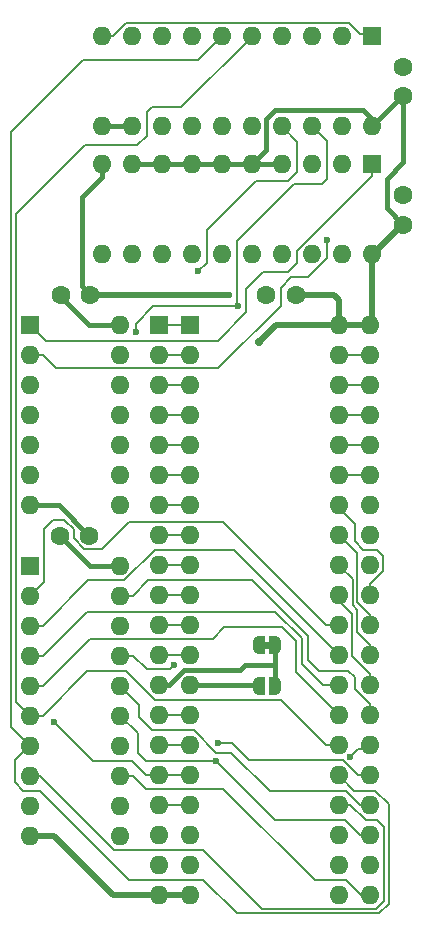
<source format=gbr>
%TF.GenerationSoftware,KiCad,Pcbnew,8.0.2*%
%TF.CreationDate,2024-06-14T23:34:29+02:00*%
%TF.ProjectId,MOS6566_Adapter,4d4f5336-3536-4365-9f41-646170746572,rev?*%
%TF.SameCoordinates,Original*%
%TF.FileFunction,Copper,L2,Bot*%
%TF.FilePolarity,Positive*%
%FSLAX46Y46*%
G04 Gerber Fmt 4.6, Leading zero omitted, Abs format (unit mm)*
G04 Created by KiCad (PCBNEW 8.0.2) date 2024-06-14 23:34:29*
%MOMM*%
%LPD*%
G01*
G04 APERTURE LIST*
G04 Aperture macros list*
%AMFreePoly0*
4,1,19,0.500000,-0.750000,0.000000,-0.750000,0.000000,-0.744911,-0.071157,-0.744911,-0.207708,-0.704816,-0.327430,-0.627875,-0.420627,-0.520320,-0.479746,-0.390866,-0.500000,-0.250000,-0.500000,0.250000,-0.479746,0.390866,-0.420627,0.520320,-0.327430,0.627875,-0.207708,0.704816,-0.071157,0.744911,0.000000,0.744911,0.000000,0.750000,0.500000,0.750000,0.500000,-0.750000,0.500000,-0.750000,
$1*%
%AMFreePoly1*
4,1,19,0.000000,0.744911,0.071157,0.744911,0.207708,0.704816,0.327430,0.627875,0.420627,0.520320,0.479746,0.390866,0.500000,0.250000,0.500000,-0.250000,0.479746,-0.390866,0.420627,-0.520320,0.327430,-0.627875,0.207708,-0.704816,0.071157,-0.744911,0.000000,-0.744911,0.000000,-0.750000,-0.500000,-0.750000,-0.500000,0.750000,0.000000,0.750000,0.000000,0.744911,0.000000,0.744911,
$1*%
G04 Aperture macros list end*
%TA.AperFunction,EtchedComponent*%
%ADD10C,0.000000*%
%TD*%
%TA.AperFunction,ComponentPad*%
%ADD11C,1.600000*%
%TD*%
%TA.AperFunction,ComponentPad*%
%ADD12R,1.600000X1.600000*%
%TD*%
%TA.AperFunction,ComponentPad*%
%ADD13O,1.600000X1.600000*%
%TD*%
%TA.AperFunction,SMDPad,CuDef*%
%ADD14FreePoly0,0.000000*%
%TD*%
%TA.AperFunction,SMDPad,CuDef*%
%ADD15FreePoly1,0.000000*%
%TD*%
%TA.AperFunction,ViaPad*%
%ADD16C,0.600000*%
%TD*%
%TA.AperFunction,ViaPad*%
%ADD17C,0.700000*%
%TD*%
%TA.AperFunction,Conductor*%
%ADD18C,0.400000*%
%TD*%
%TA.AperFunction,Conductor*%
%ADD19C,0.200000*%
%TD*%
%TA.AperFunction,Conductor*%
%ADD20C,0.500000*%
%TD*%
G04 APERTURE END LIST*
D10*
%TA.AperFunction,EtchedComponent*%
%TO.C,JP1*%
G36*
X125400000Y-82300000D02*
G01*
X124900000Y-82300000D01*
X124900000Y-81700000D01*
X125400000Y-81700000D01*
X125400000Y-82300000D01*
G37*
%TD.AperFunction*%
%TD*%
D11*
%TO.P,C5,2*%
%TO.N,/GND*%
X125100000Y-52300000D03*
%TO.P,C5,1*%
%TO.N,/PwR5V*%
X127600000Y-52300000D03*
%TD*%
%TO.P,C3,1*%
%TO.N,/PwR5V*%
X107700000Y-52300000D03*
%TO.P,C3,2*%
%TO.N,/GND*%
X110200000Y-52300000D03*
%TD*%
%TO.P,C1,1*%
%TO.N,/PwR5V*%
X136700000Y-46400000D03*
%TO.P,C1,2*%
%TO.N,/GND*%
X136700000Y-43900000D03*
%TD*%
%TO.P,C2,1*%
%TO.N,/PwR5V*%
X136700000Y-35500000D03*
%TO.P,C2,2*%
%TO.N,/GND*%
X136700000Y-33000000D03*
%TD*%
D12*
%TO.P,U3,1*%
%TO.N,Net-(U1-AEC)*%
X105100000Y-54880000D03*
D13*
%TO.P,U3,2*%
%TO.N,Net-(U4-CE)*%
X105100000Y-57420000D03*
%TO.P,U3,3*%
%TO.N,N/C*%
X105100000Y-59960000D03*
%TO.P,U3,4*%
X105100000Y-62500000D03*
%TO.P,U3,5*%
X105100000Y-65040000D03*
%TO.P,U3,6*%
X105100000Y-67580000D03*
%TO.P,U3,7,GND*%
%TO.N,/GND*%
X105100000Y-70120000D03*
%TO.P,U3,8*%
%TO.N,N/C*%
X112720000Y-70120000D03*
%TO.P,U3,9*%
X112720000Y-67580000D03*
%TO.P,U3,10*%
X112720000Y-65040000D03*
%TO.P,U3,11*%
X112720000Y-62500000D03*
%TO.P,U3,12*%
X112720000Y-59960000D03*
%TO.P,U3,13*%
X112720000Y-57420000D03*
%TO.P,U3,14,VCC*%
%TO.N,/PwR5V*%
X112720000Y-54880000D03*
%TD*%
D12*
%TO.P,U2,1,D6*%
%TO.N,/D6*%
X116000000Y-54882000D03*
D13*
%TO.P,U2,2,D5*%
%TO.N,/D5*%
X116000000Y-57422000D03*
%TO.P,U2,3,D4*%
%TO.N,/D4*%
X116000000Y-59962000D03*
%TO.P,U2,4,D3*%
%TO.N,/D3*%
X116000000Y-62502000D03*
%TO.P,U2,5,D2*%
%TO.N,/D2*%
X116000000Y-65042000D03*
%TO.P,U2,6,D1*%
%TO.N,/D1*%
X116000000Y-67582000D03*
%TO.P,U2,7,D0*%
%TO.N,/D0*%
X116000000Y-70122000D03*
%TO.P,U2,8,IRQ*%
%TO.N,Net-(U1-IRQ)*%
X116000000Y-72662000D03*
%TO.P,U2,9,LP*%
%TO.N,Net-(U1-LP)*%
X116000000Y-75202000D03*
%TO.P,U2,10,~{CS}*%
%TO.N,Net-(U1-~{CS})*%
X116000000Y-77742000D03*
%TO.P,U2,11,R/~{W}*%
%TO.N,Net-(U1-R{slash}~{W})*%
X116000000Y-80282000D03*
%TO.P,U2,12,BA*%
%TO.N,Net-(U1-BA)*%
X116000000Y-82822000D03*
%TO.P,U2,13,VDD*%
%TO.N,Net-(JP1-B)*%
X116000000Y-85362000D03*
%TO.P,U2,14,Color*%
%TO.N,Net-(U1-Color)*%
X116000000Y-87902000D03*
%TO.P,U2,15,Sync*%
%TO.N,Net-(U1-Sync)*%
X116000000Y-90442000D03*
%TO.P,U2,16,AEC*%
%TO.N,Net-(U1-AEC)*%
X116000000Y-92982000D03*
%TO.P,U2,17,PHI0*%
%TO.N,Net-(U1-PHI0)*%
X116000000Y-95522000D03*
%TO.P,U2,18,RAS*%
%TO.N,Net-(U2-RAS)*%
X116000000Y-98062000D03*
%TO.P,U2,19,CAS*%
%TO.N,Net-(U2-CAS)*%
X116000000Y-100602000D03*
%TO.P,U2,20,VSS*%
%TO.N,/GND*%
X116000000Y-103142000D03*
%TO.P,U2,21,COLCLK*%
%TO.N,Net-(U1-COLCLK)*%
X131240000Y-103142000D03*
%TO.P,U2,22,DOTCLK*%
%TO.N,Net-(U1-DOTCLK)*%
X131240000Y-100602000D03*
%TO.P,U2,23,A11*%
%TO.N,/A11*%
X131240000Y-98062000D03*
%TO.P,U2,24,A0/A8*%
%TO.N,Net-(U2-A0{slash}A8)*%
X131240000Y-95522000D03*
%TO.P,U2,25,A1/A9*%
%TO.N,Net-(U2-A1{slash}A9)*%
X131240000Y-92982000D03*
%TO.P,U2,26,A2/A10*%
%TO.N,Net-(U2-A2{slash}A10)*%
X131240000Y-90442000D03*
%TO.P,U2,27,A3/A11*%
%TO.N,Net-(U2-A3{slash}A11)*%
X131240000Y-87902000D03*
%TO.P,U2,28,A4/A12*%
%TO.N,Net-(U2-A4{slash}A12)*%
X131240000Y-85362000D03*
%TO.P,U2,29,A5/A13*%
%TO.N,Net-(U2-A5{slash}A13)*%
X131240000Y-82822000D03*
%TO.P,U2,30,A6*%
%TO.N,Net-(U2-A6)*%
X131240000Y-80282000D03*
%TO.P,U2,31,A7*%
%TO.N,/A7*%
X131240000Y-77742000D03*
%TO.P,U2,32,A8*%
%TO.N,/A8*%
X131240000Y-75202000D03*
%TO.P,U2,33,A9*%
%TO.N,/A9*%
X131240000Y-72662000D03*
%TO.P,U2,34,A10*%
%TO.N,/A10*%
X131240000Y-70122000D03*
%TO.P,U2,35,D11*%
%TO.N,/D11*%
X131240000Y-67582000D03*
%TO.P,U2,36,D10*%
%TO.N,/D10*%
X131240000Y-65042000D03*
%TO.P,U2,37,D9*%
%TO.N,/D9*%
X131240000Y-62502000D03*
%TO.P,U2,38,D8*%
%TO.N,/D8*%
X131240000Y-59962000D03*
%TO.P,U2,39,D7*%
%TO.N,/D7*%
X131240000Y-57422000D03*
%TO.P,U2,40,VCC*%
%TO.N,/PwR5V*%
X131240000Y-54882000D03*
%TD*%
D12*
%TO.P,U6,1,OE*%
%TO.N,Net-(U1-AEC)*%
X134011500Y-41280000D03*
D13*
%TO.P,U6,2,D0*%
%TO.N,Net-(U2-A5{slash}A13)*%
X131471500Y-41280000D03*
%TO.P,U6,3,D1*%
%TO.N,Net-(U2-A4{slash}A12)*%
X128931500Y-41280000D03*
%TO.P,U6,4,D2*%
%TO.N,/PwR5V*%
X126391500Y-41280000D03*
%TO.P,U6,5,D3*%
X123851500Y-41280000D03*
%TO.P,U6,6,D4*%
X121311500Y-41280000D03*
%TO.P,U6,7,D5*%
X118771500Y-41280000D03*
%TO.P,U6,8,D6*%
X116231500Y-41280000D03*
%TO.P,U6,9,D7*%
X113691500Y-41280000D03*
%TO.P,U6,10,GND*%
%TO.N,/GND*%
X111151500Y-41280000D03*
%TO.P,U6,11,C*%
%TO.N,Net-(U2-CAS)*%
X111151500Y-48900000D03*
%TO.P,U6,12,Q7*%
%TO.N,unconnected-(U6-Q7-Pad12)*%
X113691500Y-48900000D03*
%TO.P,U6,13,Q6*%
%TO.N,unconnected-(U6-Q6-Pad13)*%
X116231500Y-48900000D03*
%TO.P,U6,14,Q5*%
%TO.N,unconnected-(U6-Q5-Pad14)*%
X118771500Y-48900000D03*
%TO.P,U6,15,Q4*%
%TO.N,unconnected-(U6-Q4-Pad15)*%
X121311500Y-48900000D03*
%TO.P,U6,16,Q3*%
%TO.N,unconnected-(U6-Q3-Pad16)*%
X123851500Y-48900000D03*
%TO.P,U6,17,Q2*%
%TO.N,unconnected-(U6-Q2-Pad17)*%
X126391500Y-48900000D03*
%TO.P,U6,18,Q1*%
%TO.N,Net-(U1-A12)*%
X128931500Y-48900000D03*
%TO.P,U6,19,Q0*%
%TO.N,Net-(U1-A13)*%
X131471500Y-48900000D03*
%TO.P,U6,20,VCC*%
%TO.N,/PwR5V*%
X134011500Y-48900000D03*
%TD*%
D12*
%TO.P,U5,1,OE*%
%TO.N,Net-(U1-AEC)*%
X105084000Y-75250000D03*
D13*
%TO.P,U5,2,D0*%
%TO.N,Net-(U2-A6)*%
X105084000Y-77790000D03*
%TO.P,U5,3,D1*%
%TO.N,Net-(U2-A5{slash}A13)*%
X105084000Y-80330000D03*
%TO.P,U5,4,D2*%
%TO.N,Net-(U2-A4{slash}A12)*%
X105084000Y-82870000D03*
%TO.P,U5,5,D3*%
%TO.N,Net-(U2-A3{slash}A11)*%
X105084000Y-85410000D03*
%TO.P,U5,6,D4*%
%TO.N,Net-(U2-A2{slash}A10)*%
X105084000Y-87950000D03*
%TO.P,U5,7,D5*%
%TO.N,Net-(U2-A1{slash}A9)*%
X105084000Y-90490000D03*
%TO.P,U5,8,D6*%
%TO.N,Net-(U2-A0{slash}A8)*%
X105084000Y-93030000D03*
%TO.P,U5,9,D7*%
%TO.N,/PwR5V*%
X105084000Y-95570000D03*
%TO.P,U5,10,GND*%
%TO.N,/GND*%
X105084000Y-98110000D03*
%TO.P,U5,11,C*%
%TO.N,Net-(U2-RAS)*%
X112704000Y-98110000D03*
%TO.P,U5,12,Q7*%
%TO.N,unconnected-(U5-Q7-Pad12)*%
X112704000Y-95570000D03*
%TO.P,U5,13,Q6*%
%TO.N,Net-(U1-A0)*%
X112704000Y-93030000D03*
%TO.P,U5,14,Q5*%
%TO.N,Net-(U1-A1)*%
X112704000Y-90490000D03*
%TO.P,U5,15,Q4*%
%TO.N,Net-(U1-A2)*%
X112704000Y-87950000D03*
%TO.P,U5,16,Q3*%
%TO.N,Net-(U1-A3)*%
X112704000Y-85410000D03*
%TO.P,U5,17,Q2*%
%TO.N,Net-(U1-A4)*%
X112704000Y-82870000D03*
%TO.P,U5,18,Q1*%
%TO.N,Net-(U1-A5)*%
X112704000Y-80330000D03*
%TO.P,U5,19,Q0*%
%TO.N,Net-(U1-A6)*%
X112704000Y-77790000D03*
%TO.P,U5,20,VCC*%
%TO.N,/PwR5V*%
X112704000Y-75250000D03*
%TD*%
D12*
%TO.P,U1,1,D6*%
%TO.N,/D6*%
X118660000Y-54882000D03*
D13*
%TO.P,U1,2,D5*%
%TO.N,/D5*%
X118660000Y-57422000D03*
%TO.P,U1,3,D4*%
%TO.N,/D4*%
X118660000Y-59962000D03*
%TO.P,U1,4,D3*%
%TO.N,/D3*%
X118660000Y-62502000D03*
%TO.P,U1,5,D2*%
%TO.N,/D2*%
X118660000Y-65042000D03*
%TO.P,U1,6,D1*%
%TO.N,/D1*%
X118660000Y-67582000D03*
%TO.P,U1,7,D0*%
%TO.N,/D0*%
X118660000Y-70122000D03*
%TO.P,U1,8,IRQ*%
%TO.N,Net-(U1-IRQ)*%
X118660000Y-72662000D03*
%TO.P,U1,9,LP*%
%TO.N,Net-(U1-LP)*%
X118660000Y-75202000D03*
%TO.P,U1,10,~{CS}*%
%TO.N,Net-(U1-~{CS})*%
X118660000Y-77742000D03*
%TO.P,U1,11,R/~{W}*%
%TO.N,Net-(U1-R{slash}~{W})*%
X118660000Y-80282000D03*
%TO.P,U1,12,BA*%
%TO.N,Net-(U1-BA)*%
X118660000Y-82822000D03*
%TO.P,U1,13,VDD*%
%TO.N,/Power12V*%
X118660000Y-85362000D03*
%TO.P,U1,14,Color*%
%TO.N,Net-(U1-Color)*%
X118660000Y-87902000D03*
%TO.P,U1,15,Sync*%
%TO.N,Net-(U1-Sync)*%
X118660000Y-90442000D03*
%TO.P,U1,16,AEC*%
%TO.N,Net-(U1-AEC)*%
X118660000Y-92982000D03*
%TO.P,U1,17,PHI0*%
%TO.N,Net-(U1-PHI0)*%
X118660000Y-95522000D03*
%TO.P,U1,18,DOTCLK*%
%TO.N,Net-(U1-DOTCLK)*%
X118660000Y-98062000D03*
%TO.P,U1,19,COLCLK*%
%TO.N,Net-(U1-COLCLK)*%
X118660000Y-100602000D03*
%TO.P,U1,20,VSS*%
%TO.N,/GND*%
X118660000Y-103142000D03*
%TO.P,U1,21,A0*%
%TO.N,Net-(U1-A0)*%
X133900000Y-103142000D03*
%TO.P,U1,22,A1*%
%TO.N,Net-(U1-A1)*%
X133900000Y-100602000D03*
%TO.P,U1,23,A2*%
%TO.N,Net-(U1-A2)*%
X133900000Y-98062000D03*
%TO.P,U1,24,A3*%
%TO.N,Net-(U1-A3)*%
X133900000Y-95522000D03*
%TO.P,U1,25,A4*%
%TO.N,Net-(U1-A4)*%
X133900000Y-92982000D03*
%TO.P,U1,26,A5*%
%TO.N,Net-(U1-A5)*%
X133900000Y-90442000D03*
%TO.P,U1,27,A6*%
%TO.N,Net-(U1-A6)*%
X133900000Y-87902000D03*
%TO.P,U1,28,A7*%
%TO.N,/A7*%
X133900000Y-85362000D03*
%TO.P,U1,29,A8*%
%TO.N,/A8*%
X133900000Y-82822000D03*
%TO.P,U1,30,A9*%
%TO.N,/A9*%
X133900000Y-80282000D03*
%TO.P,U1,31,A10*%
%TO.N,/A10*%
X133900000Y-77742000D03*
%TO.P,U1,32,A11*%
%TO.N,/A11*%
X133900000Y-75202000D03*
%TO.P,U1,33,A12*%
%TO.N,Net-(U1-A12)*%
X133900000Y-72662000D03*
%TO.P,U1,34,A13*%
%TO.N,Net-(U1-A13)*%
X133900000Y-70122000D03*
%TO.P,U1,35,D11*%
%TO.N,/D11*%
X133900000Y-67582000D03*
%TO.P,U1,36,D10*%
%TO.N,/D10*%
X133900000Y-65042000D03*
%TO.P,U1,37,D9*%
%TO.N,/D9*%
X133900000Y-62502000D03*
%TO.P,U1,38,D8*%
%TO.N,/D8*%
X133900000Y-59962000D03*
%TO.P,U1,39,D7*%
%TO.N,/D7*%
X133900000Y-57422000D03*
%TO.P,U1,40,VCC*%
%TO.N,/PwR5V*%
X133900000Y-54882000D03*
%TD*%
D11*
%TO.P,C4,1*%
%TO.N,/PwR5V*%
X107600000Y-72700000D03*
%TO.P,C4,2*%
%TO.N,/GND*%
X110100000Y-72700000D03*
%TD*%
D12*
%TO.P,U4,1,A->B*%
%TO.N,/GND*%
X134007500Y-30430000D03*
D13*
%TO.P,U4,2,A0*%
%TO.N,Net-(U2-A5{slash}A13)*%
X131467500Y-30430000D03*
%TO.P,U4,3,A1*%
%TO.N,Net-(U2-A4{slash}A12)*%
X128927500Y-30430000D03*
%TO.P,U4,4,A2*%
%TO.N,Net-(U2-A3{slash}A11)*%
X126387500Y-30430000D03*
%TO.P,U4,5,A3*%
%TO.N,Net-(U2-A2{slash}A10)*%
X123847500Y-30430000D03*
%TO.P,U4,6,A4*%
%TO.N,Net-(U2-A1{slash}A9)*%
X121307500Y-30430000D03*
%TO.P,U4,7,A5*%
%TO.N,Net-(U2-A0{slash}A8)*%
X118767500Y-30430000D03*
%TO.P,U4,8,A6*%
%TO.N,unconnected-(U4-A6-Pad8)*%
X116227500Y-30430000D03*
%TO.P,U4,9,A7*%
%TO.N,unconnected-(U4-A7-Pad9)*%
X113687500Y-30430000D03*
%TO.P,U4,10,GND*%
%TO.N,/GND*%
X111147500Y-30430000D03*
%TO.P,U4,11,B7*%
%TO.N,/PwR5V*%
X111147500Y-38050000D03*
%TO.P,U4,12,B6*%
X113687500Y-38050000D03*
%TO.P,U4,13,B5*%
%TO.N,Net-(U1-A0)*%
X116227500Y-38050000D03*
%TO.P,U4,14,B4*%
%TO.N,Net-(U1-A1)*%
X118767500Y-38050000D03*
%TO.P,U4,15,B3*%
%TO.N,Net-(U1-A2)*%
X121307500Y-38050000D03*
%TO.P,U4,16,B2*%
%TO.N,Net-(U1-A3)*%
X123847500Y-38050000D03*
%TO.P,U4,17,B1*%
%TO.N,Net-(U1-A4)*%
X126387500Y-38050000D03*
%TO.P,U4,18,B0*%
%TO.N,Net-(U1-A5)*%
X128927500Y-38050000D03*
%TO.P,U4,19,CE*%
%TO.N,Net-(U4-CE)*%
X131467500Y-38050000D03*
%TO.P,U4,20,VCC*%
%TO.N,/PwR5V*%
X134007500Y-38050000D03*
%TD*%
D14*
%TO.P,JP2,1,A*%
%TO.N,/Power12V*%
X124500000Y-85400000D03*
D15*
%TO.P,JP2,2,B*%
%TO.N,Net-(JP1-B)*%
X125800000Y-85400000D03*
%TD*%
D14*
%TO.P,JP1,1,A*%
%TO.N,/PwR5V*%
X124500000Y-82000000D03*
D15*
%TO.P,JP1,2,B*%
%TO.N,Net-(JP1-B)*%
X125800000Y-82000000D03*
%TD*%
D16*
%TO.N,/GND*%
X121900000Y-52300000D03*
D17*
%TO.N,/PwR5V*%
X124500000Y-56300000D03*
X124500000Y-82000000D03*
D16*
%TO.N,Net-(U1-A2)*%
X120838500Y-91800000D03*
%TO.N,Net-(U1-AEC)*%
X107100000Y-88500000D03*
%TO.N,Net-(U1-A5)*%
X132203000Y-91461300D03*
X114043400Y-55427300D03*
X122700000Y-53300000D03*
%TO.N,Net-(U1-A4)*%
X117300000Y-83700000D03*
X121000000Y-90300000D03*
X119330350Y-50330350D03*
%TO.N,Net-(U4-CE)*%
X130200000Y-47700000D03*
%TD*%
D18*
%TO.N,Net-(JP1-B)*%
X118090925Y-84100000D02*
X116828925Y-85362000D01*
X116828925Y-85362000D02*
X116000000Y-85362000D01*
X123300000Y-83700000D02*
X122900000Y-84100000D01*
X122900000Y-84100000D02*
X118090925Y-84100000D01*
X125800000Y-83700000D02*
X123300000Y-83700000D01*
%TO.N,/Power12V*%
X124462000Y-85362000D02*
X124500000Y-85400000D01*
X118660000Y-85362000D02*
X124462000Y-85362000D01*
%TO.N,/PwR5V*%
X125100000Y-40031500D02*
X123851500Y-41280000D01*
X134007500Y-37407500D02*
X133300000Y-36700000D01*
X134007500Y-38050000D02*
X134007500Y-37407500D01*
X133300000Y-36700000D02*
X125800000Y-36700000D01*
X125800000Y-36700000D02*
X125100000Y-37400000D01*
X125100000Y-37400000D02*
X125100000Y-40031500D01*
X123851500Y-41280000D02*
X126391500Y-41280000D01*
D19*
%TO.N,Net-(U1-A4)*%
X126900000Y-42700000D02*
X127700000Y-41900000D01*
X124200000Y-42700000D02*
X126900000Y-42700000D01*
X120041500Y-46858500D02*
X124200000Y-42700000D01*
X127700000Y-39362500D02*
X126387500Y-38050000D01*
X120041500Y-49619200D02*
X120041500Y-46858500D01*
X119330350Y-50330350D02*
X120041500Y-49619200D01*
X127700000Y-41900000D02*
X127700000Y-39362500D01*
%TO.N,Net-(U1-A5)*%
X130200000Y-39322500D02*
X128927500Y-38050000D01*
X130200000Y-42500000D02*
X130200000Y-39322500D01*
X129780800Y-42919200D02*
X130200000Y-42500000D01*
X127419200Y-42919200D02*
X129780800Y-42919200D01*
X122600000Y-47738400D02*
X127419200Y-42919200D01*
%TO.N,/PwR5V*%
X126391500Y-40773600D02*
X126391500Y-41280000D01*
X134007500Y-38050000D02*
X134509000Y-38050000D01*
%TO.N,Net-(U4-CE)*%
X130200000Y-49187135D02*
X130200000Y-47700000D01*
X128587135Y-50800000D02*
X130200000Y-49187135D01*
X127200000Y-50800000D02*
X128587135Y-50800000D01*
X126300000Y-51700000D02*
X127200000Y-50800000D01*
X126300000Y-53260750D02*
X126300000Y-51700000D01*
X121028750Y-58532000D02*
X126300000Y-53260750D01*
X107313700Y-58532000D02*
X121028750Y-58532000D01*
X106201700Y-57420000D02*
X107313700Y-58532000D01*
X105100000Y-57420000D02*
X106201700Y-57420000D01*
D20*
%TO.N,/PwR5V*%
X130800000Y-52300000D02*
X127600000Y-52300000D01*
X131240000Y-52740000D02*
X130800000Y-52300000D01*
X131240000Y-54882000D02*
X131240000Y-52740000D01*
D19*
%TO.N,Net-(U1-A5)*%
X122700000Y-53300000D02*
X115542800Y-53300000D01*
X115542800Y-53300000D02*
X114043400Y-54799400D01*
X114043400Y-54799400D02*
X114043400Y-55427300D01*
X122600000Y-53200000D02*
X122600000Y-47738400D01*
X122700000Y-53300000D02*
X122600000Y-53200000D01*
%TO.N,Net-(U1-AEC)*%
X106420000Y-56200000D02*
X105100000Y-54880000D01*
X123400000Y-53800000D02*
X121000000Y-56200000D01*
X126900000Y-50400000D02*
X124800000Y-50400000D01*
X127661500Y-49638500D02*
X126900000Y-50400000D01*
X127661500Y-48594000D02*
X127661500Y-49638500D01*
X134011500Y-42244000D02*
X127661500Y-48594000D01*
X123400000Y-51800000D02*
X123400000Y-53800000D01*
X121000000Y-56200000D02*
X106420000Y-56200000D01*
X134011500Y-41280000D02*
X134011500Y-42244000D01*
X124800000Y-50400000D02*
X123400000Y-51800000D01*
D20*
%TO.N,/GND*%
X121900000Y-52300000D02*
X110200000Y-52300000D01*
D18*
%TO.N,/PwR5V*%
X136557500Y-35500000D02*
X134007500Y-38050000D01*
X136700000Y-35500000D02*
X136557500Y-35500000D01*
X135300100Y-45000200D02*
X135300100Y-42499900D01*
X135300100Y-42499900D02*
X136700000Y-41100000D01*
X135300200Y-45000200D02*
X135300100Y-45000200D01*
X136700000Y-46400000D02*
X135300200Y-45000200D01*
X136700000Y-41100000D02*
X136700000Y-35500000D01*
D19*
%TO.N,/GND*%
X132100000Y-29300000D02*
X133000000Y-30200000D01*
D20*
X112142000Y-103142000D02*
X116000000Y-103142000D01*
D19*
X133777500Y-30200000D02*
X134007500Y-30430000D01*
D20*
X105084000Y-98110000D02*
X107110000Y-98110000D01*
X107110000Y-98110000D02*
X112142000Y-103142000D01*
D19*
X113241500Y-29300000D02*
X132100000Y-29300000D01*
D18*
X110200000Y-52300000D02*
X109500000Y-51600000D01*
X107520000Y-70120000D02*
X105100000Y-70120000D01*
D20*
X118660000Y-103142000D02*
X116000000Y-103142000D01*
D18*
X110100000Y-72700000D02*
X107520000Y-70120000D01*
X111151500Y-42381700D02*
X111151500Y-41280000D01*
X109500000Y-44033200D02*
X111151500Y-42381700D01*
D19*
X111147500Y-30430000D02*
X112111500Y-30430000D01*
X133000000Y-30200000D02*
X133777500Y-30200000D01*
D18*
X109500000Y-51600000D02*
X109500000Y-44033200D01*
D19*
X112111500Y-30430000D02*
X113241500Y-29300000D01*
D18*
%TO.N,/PwR5V*%
X107700000Y-52500000D02*
X110080000Y-54880000D01*
X118771500Y-41280000D02*
X121311500Y-41280000D01*
X121311500Y-41280000D02*
X122413200Y-41280000D01*
X110080000Y-54880000D02*
X112720000Y-54880000D01*
D20*
X125900000Y-54900000D02*
X131222000Y-54900000D01*
X134011500Y-54770500D02*
X134011500Y-48900000D01*
D18*
X123851500Y-41280000D02*
X122413200Y-41280000D01*
D19*
X133900000Y-54882000D02*
X134011500Y-54770500D01*
D20*
X136600000Y-46400000D02*
X136700000Y-46400000D01*
D18*
X116231500Y-41280000D02*
X113691500Y-41280000D01*
D19*
X133900000Y-54882000D02*
X133900000Y-55432800D01*
D20*
X134011500Y-48900000D02*
X134100000Y-48900000D01*
X131240000Y-54882000D02*
X133900000Y-54882000D01*
D18*
X110150000Y-75250000D02*
X112704000Y-75250000D01*
X107700000Y-52300000D02*
X107700000Y-52500000D01*
D20*
X131222000Y-54900000D02*
X131240000Y-54882000D01*
D18*
X116231500Y-41280000D02*
X118771500Y-41280000D01*
X107600000Y-72700000D02*
X110150000Y-75250000D01*
D20*
X124500000Y-56300000D02*
X125900000Y-54900000D01*
X134100000Y-48900000D02*
X136600000Y-46400000D01*
D18*
X113687500Y-38050000D02*
X111147500Y-38050000D01*
D19*
X133900000Y-54900000D02*
X133900000Y-54882000D01*
%TO.N,Net-(JP1-B)*%
X125798500Y-85398500D02*
X125800000Y-85400000D01*
D18*
X125800000Y-82000000D02*
X125800000Y-85400000D01*
D19*
%TO.N,/D8*%
X133900000Y-59962000D02*
X131240000Y-59962000D01*
%TO.N,Net-(U1-PHI0)*%
X118660000Y-95522000D02*
X116000000Y-95522000D01*
%TO.N,/A10*%
X131400000Y-70282000D02*
X131400000Y-70500000D01*
X132600000Y-71700000D02*
X132600000Y-73200000D01*
X132600000Y-73200000D02*
X133300000Y-73900000D01*
X135001700Y-74401700D02*
X135001700Y-75698300D01*
X135001700Y-75698300D02*
X133900000Y-76800000D01*
X131240000Y-70122000D02*
X131400000Y-70282000D01*
X131400000Y-70500000D02*
X132600000Y-71700000D01*
X134500000Y-73900000D02*
X135001700Y-74401700D01*
X133900000Y-76800000D02*
X133900000Y-77742000D01*
X133300000Y-73900000D02*
X134500000Y-73900000D01*
%TO.N,Net-(U1-Sync)*%
X118660000Y-90442000D02*
X116000000Y-90442000D01*
%TO.N,/D5*%
X118660000Y-57422000D02*
X116000000Y-57422000D01*
%TO.N,Net-(U1-A2)*%
X114900000Y-91800000D02*
X114200000Y-91100000D01*
X120838500Y-91800000D02*
X114900000Y-91800000D01*
X114200000Y-91100000D02*
X114200000Y-89446000D01*
X120838500Y-91800000D02*
X125830500Y-96792000D01*
X125830500Y-96792000D02*
X131792000Y-96792000D01*
X114200000Y-89446000D02*
X112704000Y-87950000D01*
X131792000Y-96792000D02*
X133062000Y-98062000D01*
X133062000Y-98062000D02*
X133900000Y-98062000D01*
%TO.N,/D9*%
X133900000Y-62502000D02*
X131240000Y-62502000D01*
%TO.N,/A9*%
X132798300Y-78298300D02*
X132798300Y-74198300D01*
X132798300Y-74198300D02*
X131262000Y-72662000D01*
X133900000Y-80282000D02*
X133900000Y-79400000D01*
X133900000Y-79400000D02*
X132798300Y-78298300D01*
X131262000Y-72662000D02*
X131240000Y-72662000D01*
%TO.N,/D11*%
X133900000Y-67582000D02*
X131240000Y-67582000D01*
%TO.N,/D0*%
X118660000Y-70122000D02*
X116000000Y-70122000D01*
%TO.N,Net-(U1-BA)*%
X118660000Y-82822000D02*
X116000000Y-82822000D01*
%TO.N,Net-(U1-AEC)*%
X114898300Y-92982000D02*
X116000000Y-92982000D01*
X113716300Y-91800000D02*
X114898300Y-92982000D01*
X110400000Y-91800000D02*
X113716300Y-91800000D01*
X118660000Y-92982000D02*
X116000000Y-92982000D01*
X107100000Y-88500000D02*
X110400000Y-91800000D01*
%TO.N,/D7*%
X133900000Y-57422000D02*
X131240000Y-57422000D01*
%TO.N,Net-(U1-Color)*%
X118660000Y-87902000D02*
X116000000Y-87902000D01*
%TO.N,Net-(U1-IRQ)*%
X118660000Y-72662000D02*
X116000000Y-72662000D01*
%TO.N,Net-(U1-LP)*%
X118660000Y-75202000D02*
X116000000Y-75202000D01*
%TO.N,Net-(U1-A0)*%
X133142000Y-103142000D02*
X133900000Y-103142000D01*
X112704000Y-93030000D02*
X113805700Y-93030000D01*
X113805700Y-93030000D02*
X114907400Y-94131700D01*
X129186000Y-101872000D02*
X131872000Y-101872000D01*
X121445700Y-94131700D02*
X129186000Y-101872000D01*
X131872000Y-101872000D02*
X133142000Y-103142000D01*
X114907400Y-94131700D02*
X121445700Y-94131700D01*
%TO.N,/D2*%
X118660000Y-65042000D02*
X116000000Y-65042000D01*
%TO.N,Net-(U1-A5)*%
X133542000Y-90800000D02*
X132864300Y-90800000D01*
X133900000Y-90442000D02*
X133542000Y-90800000D01*
X132864300Y-90800000D02*
X132203000Y-91461300D01*
%TO.N,Net-(U1-A6)*%
X115095700Y-76500000D02*
X113805700Y-77790000D01*
X133900000Y-87000000D02*
X132600000Y-85700000D01*
X128600000Y-81200000D02*
X123900000Y-76500000D01*
X129547900Y-84147900D02*
X128600000Y-83200000D01*
X132600000Y-84700000D02*
X132047900Y-84147900D01*
X133900000Y-87902000D02*
X133900000Y-87000000D01*
X132600000Y-85700000D02*
X132600000Y-84700000D01*
X123900000Y-76500000D02*
X115095700Y-76500000D01*
X132047900Y-84147900D02*
X129547900Y-84147900D01*
X128600000Y-83200000D02*
X128600000Y-81200000D01*
X113805700Y-77790000D02*
X112704000Y-77790000D01*
%TO.N,Net-(U1-A3)*%
X125365600Y-94300000D02*
X131822500Y-94300000D01*
X112704000Y-85410000D02*
X114300000Y-87006000D01*
X131822500Y-94300000D02*
X133044500Y-95522000D01*
X118997200Y-89200000D02*
X120876800Y-91079600D01*
X133044500Y-95522000D02*
X133900000Y-95522000D01*
X114300000Y-88100000D02*
X115400000Y-89200000D01*
X122145200Y-91079600D02*
X125365600Y-94300000D01*
X115400000Y-89200000D02*
X118997200Y-89200000D01*
X114300000Y-87006000D02*
X114300000Y-88100000D01*
X120876800Y-91079600D02*
X122145200Y-91079600D01*
%TO.N,Net-(U1-R{slash}~{W})*%
X118660000Y-80282000D02*
X116000000Y-80282000D01*
%TO.N,Net-(U1-A4)*%
X132882000Y-92982000D02*
X133900000Y-92982000D01*
X131603000Y-91709829D02*
X131954471Y-92061300D01*
X114955700Y-84020000D02*
X113805700Y-82870000D01*
X131961300Y-92061300D02*
X132882000Y-92982000D01*
X117300000Y-83700000D02*
X116980000Y-84020000D01*
X131603000Y-91704800D02*
X131603000Y-91709829D01*
X123621300Y-91704800D02*
X131603000Y-91704800D01*
X116980000Y-84020000D02*
X114955700Y-84020000D01*
X113805700Y-82870000D02*
X112704000Y-82870000D01*
X121000000Y-90300000D02*
X122216500Y-90300000D01*
X122216500Y-90300000D02*
X123621300Y-91704800D01*
X131954471Y-92061300D02*
X131961300Y-92061300D01*
%TO.N,/A7*%
X131240000Y-78240000D02*
X131240000Y-77742000D01*
X132362000Y-82911000D02*
X132362000Y-79362000D01*
X133900000Y-85362000D02*
X133900000Y-84449000D01*
X132362000Y-79362000D02*
X131240000Y-78240000D01*
X133900000Y-84449000D02*
X132362000Y-82911000D01*
%TO.N,/A8*%
X132785400Y-78981900D02*
X132785400Y-80834000D01*
X133900000Y-81948600D02*
X133900000Y-82822000D01*
X132398300Y-78594800D02*
X132785400Y-78981900D01*
X132398300Y-76398300D02*
X132398300Y-78594800D01*
X132785400Y-80834000D02*
X133900000Y-81948600D01*
X131240000Y-75202000D02*
X131240000Y-75240000D01*
X131240000Y-75240000D02*
X132398300Y-76398300D01*
%TO.N,/D1*%
X118660000Y-67582000D02*
X116000000Y-67582000D01*
%TO.N,/D10*%
X133900000Y-65042000D02*
X131240000Y-65042000D01*
%TO.N,/D3*%
X118660000Y-62502000D02*
X116000000Y-62502000D01*
%TO.N,Net-(U1-~{CS})*%
X118660000Y-77742000D02*
X116000000Y-77742000D01*
%TO.N,/D6*%
X118660000Y-54882000D02*
X116000000Y-54882000D01*
%TO.N,/D4*%
X118660000Y-59962000D02*
X116000000Y-59962000D01*
%TO.N,Net-(U2-A6)*%
X130138300Y-80282000D02*
X131240000Y-80282000D01*
X111188600Y-73811000D02*
X113463700Y-71535900D01*
X108775900Y-72936100D02*
X109650800Y-73811000D01*
X106238300Y-72161700D02*
X107000000Y-71400000D01*
X106238300Y-76635700D02*
X106238300Y-72161700D01*
X105084000Y-77790000D02*
X106238300Y-76635700D01*
X108775900Y-72175900D02*
X108775900Y-72936100D01*
X109650800Y-73811000D02*
X111188600Y-73811000D01*
X121392200Y-71535900D02*
X130138300Y-80282000D01*
X113463700Y-71535900D02*
X121392200Y-71535900D01*
X108000000Y-71400000D02*
X108775900Y-72175900D01*
X107000000Y-71400000D02*
X108000000Y-71400000D01*
%TO.N,Net-(U2-A2{slash}A10)*%
X106150000Y-87950000D02*
X109900000Y-84200000D01*
X109733000Y-39667000D02*
X114133000Y-39667000D01*
X103900000Y-45500000D02*
X109733000Y-39667000D01*
X109900000Y-84200000D02*
X113200000Y-84200000D01*
X115400000Y-36400000D02*
X117900000Y-36400000D01*
X113200000Y-84200000D02*
X115632000Y-86632000D01*
X115632000Y-86632000D02*
X126328300Y-86632000D01*
X105084000Y-87950000D02*
X103900000Y-86766000D01*
X117900000Y-36400000D02*
X123847500Y-30452500D01*
X103900000Y-86766000D02*
X103900000Y-45500000D01*
X130138300Y-90442000D02*
X131240000Y-90442000D01*
X126328300Y-86632000D02*
X130138300Y-90442000D01*
X114957500Y-38842500D02*
X114957500Y-36842500D01*
X105084000Y-87950000D02*
X106150000Y-87950000D01*
X114133000Y-39667000D02*
X114957500Y-38842500D01*
X114957500Y-36842500D02*
X115400000Y-36400000D01*
X123847500Y-30452500D02*
X123847500Y-30430000D01*
%TO.N,Net-(U2-A1{slash}A9)*%
X105084000Y-90490000D02*
X105010000Y-90490000D01*
X122588200Y-104700000D02*
X134629400Y-104700000D01*
X132558000Y-94300000D02*
X131240000Y-92982000D01*
X105010000Y-90490000D02*
X103800000Y-91700000D01*
X119337500Y-32400000D02*
X109600000Y-32400000D01*
X119760200Y-101872000D02*
X122588200Y-104700000D01*
X103800000Y-93600000D02*
X104500000Y-94300000D01*
X121307500Y-30430000D02*
X119337500Y-32400000D01*
X134629400Y-104700000D02*
X135458800Y-103870600D01*
X135458800Y-95460000D02*
X134298800Y-94300000D01*
X109600000Y-32400000D02*
X103500000Y-38500000D01*
X104500000Y-94300000D02*
X105900000Y-94300000D01*
X134298800Y-94300000D02*
X132558000Y-94300000D01*
X135458800Y-103870600D02*
X135458800Y-95460000D01*
X105900000Y-94300000D02*
X113472000Y-101872000D01*
X103500000Y-88900000D02*
X105084000Y-90484000D01*
X103800000Y-91700000D02*
X103800000Y-93600000D01*
X113472000Y-101872000D02*
X119760200Y-101872000D01*
X103500000Y-38500000D02*
X103500000Y-88900000D01*
X105084000Y-90484000D02*
X105084000Y-90490000D01*
%TO.N,Net-(U2-A0{slash}A8)*%
X119760200Y-99332000D02*
X124728200Y-104300000D01*
X105084000Y-93030000D02*
X105930000Y-93030000D01*
X135057100Y-103633700D02*
X135057100Y-97357100D01*
X132222000Y-95522000D02*
X131240000Y-95522000D01*
X134500000Y-96800000D02*
X133500000Y-96800000D01*
X133500000Y-96800000D02*
X132222000Y-95522000D01*
X105930000Y-93030000D02*
X112232000Y-99332000D01*
X112232000Y-99332000D02*
X119760200Y-99332000D01*
X135057100Y-97357100D02*
X134500000Y-96800000D01*
X134390800Y-104300000D02*
X135057100Y-103633700D01*
X124728200Y-104300000D02*
X134390800Y-104300000D01*
%TO.N,Net-(U2-A3{slash}A11)*%
X120543200Y-81431700D02*
X110164000Y-81431700D01*
X126444000Y-80444000D02*
X121530900Y-80444000D01*
X106185700Y-85410000D02*
X105084000Y-85410000D01*
X127600000Y-84262000D02*
X127600000Y-81600000D01*
X110164000Y-81431700D02*
X106185700Y-85410000D01*
X131240000Y-87902000D02*
X127600000Y-84262000D01*
X121530900Y-80444000D02*
X120543200Y-81431700D01*
X127600000Y-81600000D02*
X126444000Y-80444000D01*
%TO.N,Net-(U2-A5{slash}A13)*%
X115635300Y-73900000D02*
X122318000Y-73900000D01*
X113047000Y-76488300D02*
X115635300Y-73900000D01*
X122318000Y-73900000D02*
X131240000Y-82822000D01*
X110027400Y-76488300D02*
X113047000Y-76488300D01*
X106185700Y-80330000D02*
X110027400Y-76488300D01*
X105084000Y-80330000D02*
X106185700Y-80330000D01*
%TO.N,Net-(U2-A4{slash}A12)*%
X109903500Y-79152200D02*
X125852200Y-79152200D01*
X128100000Y-81400000D02*
X128100000Y-83600000D01*
X128100000Y-83600000D02*
X129862000Y-85362000D01*
X105084000Y-82870000D02*
X106185700Y-82870000D01*
X129862000Y-85362000D02*
X131240000Y-85362000D01*
X106185700Y-82870000D02*
X109903500Y-79152200D01*
X125852200Y-79152200D02*
X128100000Y-81400000D01*
%TD*%
M02*

</source>
